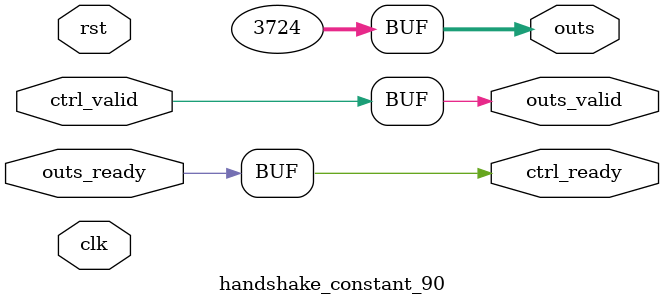
<source format=v>
`timescale 1ns / 1ps
module handshake_constant_90 #(
  parameter DATA_WIDTH = 32  // Default set to 32 bits
) (
  input                       clk,
  input                       rst,
  // Input Channel
  input                       ctrl_valid,
  output                      ctrl_ready,
  // Output Channel
  output [DATA_WIDTH - 1 : 0] outs,
  output                      outs_valid,
  input                       outs_ready
);
  assign outs       = 12'b111010001100;
  assign outs_valid = ctrl_valid;
  assign ctrl_ready = outs_ready;

endmodule

</source>
